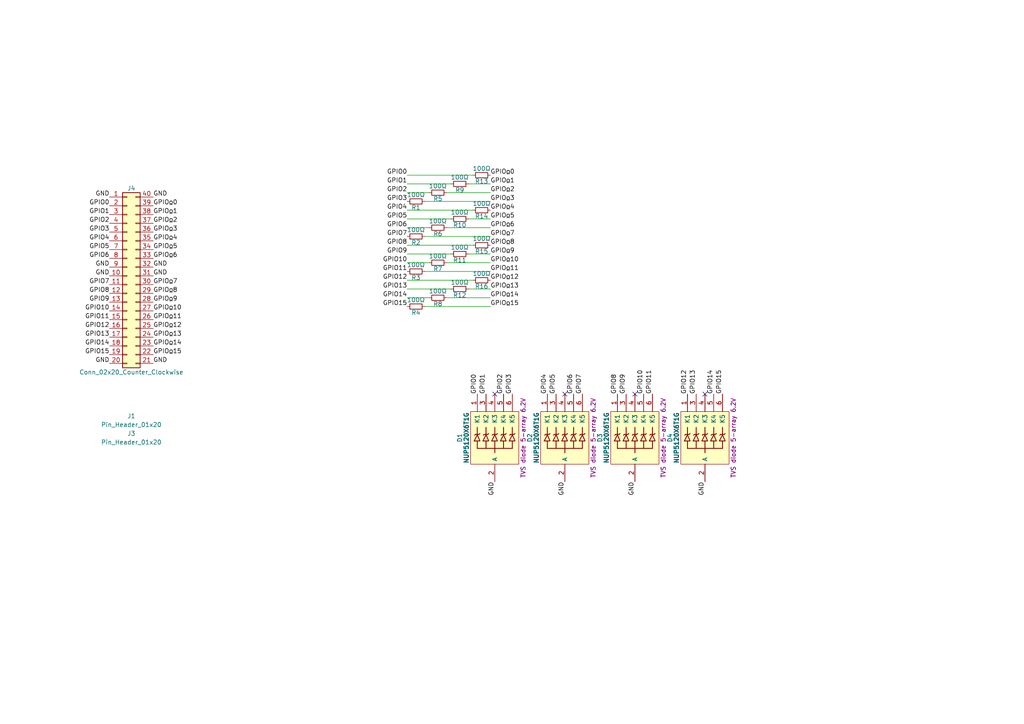
<source format=kicad_sch>
(kicad_sch (version 20231120) (generator "eeschema") (generator_version "8.0")
  (paper "A4")
  (title_block (title "Signal Protection") (date "2025-04-24") (rev "V0"))
  (lib_symbols
    (symbol "Connector_Generic:Conn_02x20_Counter_Clockwise" (pin_names (offset 1.016) hide)
      (property "Reference" "J" (at 1.27 25.4 0))
      (property "Value" "Conn_02x20_Counter_Clockwise" (at 1.27 -27.94 0))
      (symbol "Conn_02x20_Counter_Clockwise_1_1"
        (rectangle (start -1.27 -25.273) (end 0 -25.527) (stroke (width 0.1524)))
        (rectangle (start -1.27 -22.733) (end 0 -22.987) (stroke (width 0.1524)))
        (rectangle (start -1.27 -20.193) (end 0 -20.447) (stroke (width 0.1524)))
        (rectangle (start -1.27 -17.653) (end 0 -17.907) (stroke (width 0.1524)))
        (rectangle (start -1.27 -15.113) (end 0 -15.367) (stroke (width 0.1524)))
        (rectangle (start -1.27 -12.573) (end 0 -12.827) (stroke (width 0.1524)))
        (rectangle (start -1.27 -10.033) (end 0 -10.287) (stroke (width 0.1524)))
        (rectangle (start -1.27 -7.493) (end 0 -7.747) (stroke (width 0.1524)))
        (rectangle (start -1.27 -4.953) (end 0 -5.207) (stroke (width 0.1524)))
        (rectangle (start -1.27 -2.413) (end 0 -2.667) (stroke (width 0.1524)))
        (rectangle (start -1.27 0.127) (end 0 -0.127) (stroke (width 0.1524)))
        (rectangle (start -1.27 2.667) (end 0 2.413) (stroke (width 0.1524)))
        (rectangle (start -1.27 5.207) (end 0 4.953) (stroke (width 0.1524)))
        (rectangle (start -1.27 7.747) (end 0 7.493) (stroke (width 0.1524)))
        (rectangle (start -1.27 10.287) (end 0 10.033) (stroke (width 0.1524)))
        (rectangle (start -1.27 12.827) (end 0 12.573) (stroke (width 0.1524)))
        (rectangle (start -1.27 15.367) (end 0 15.113) (stroke (width 0.1524)))
        (rectangle (start -1.27 17.907) (end 0 17.653) (stroke (width 0.1524)))
        (rectangle (start -1.27 20.447) (end 0 20.193) (stroke (width 0.1524)))
        (rectangle (start -1.27 22.987) (end 0 22.733) (stroke (width 0.1524)))
        (rectangle (start -1.27 24.13) (end 3.81 -26.67) (stroke (width 0.254)) (fill (type background)))
        (rectangle (start 3.81 -25.273) (end 2.54 -25.527) (stroke (width 0.1524)))
        (rectangle (start 3.81 -22.733) (end 2.54 -22.987) (stroke (width 0.1524)))
        (rectangle (start 3.81 -20.193) (end 2.54 -20.447) (stroke (width 0.1524)))
        (rectangle (start 3.81 -17.653) (end 2.54 -17.907) (stroke (width 0.1524)))
        (rectangle (start 3.81 -15.113) (end 2.54 -15.367) (stroke (width 0.1524)))
        (rectangle (start 3.81 -12.573) (end 2.54 -12.827) (stroke (width 0.1524)))
        (rectangle (start 3.81 -10.033) (end 2.54 -10.287) (stroke (width 0.1524)))
        (rectangle (start 3.81 -7.493) (end 2.54 -7.747) (stroke (width 0.1524)))
        (rectangle (start 3.81 -4.953) (end 2.54 -5.207) (stroke (width 0.1524)))
        (rectangle (start 3.81 -2.413) (end 2.54 -2.667) (stroke (width 0.1524)))
        (rectangle (start 3.81 0.127) (end 2.54 -0.127) (stroke (width 0.1524)))
        (rectangle (start 3.81 2.667) (end 2.54 2.413) (stroke (width 0.1524)))
        (rectangle (start 3.81 5.207) (end 2.54 4.953) (stroke (width 0.1524)))
        (rectangle (start 3.81 7.747) (end 2.54 7.493) (stroke (width 0.1524)))
        (rectangle (start 3.81 10.287) (end 2.54 10.033) (stroke (width 0.1524)))
        (rectangle (start 3.81 12.827) (end 2.54 12.573) (stroke (width 0.1524)))
        (rectangle (start 3.81 15.367) (end 2.54 15.113) (stroke (width 0.1524)))
        (rectangle (start 3.81 17.907) (end 2.54 17.653) (stroke (width 0.1524)))
        (rectangle (start 3.81 20.447) (end 2.54 20.193) (stroke (width 0.1524)))
        (rectangle (start 3.81 22.987) (end 2.54 22.733) (stroke (width 0.1524)))
        (pin passive line (at -5.08 22.86 0) (length 3.81) (name "Pin_1") (number "1"))
        (pin passive line (at -5.08 0 0) (length 3.81) (name "Pin_10") (number "10"))
        (pin passive line (at -5.08 -2.54 0) (length 3.81) (name "Pin_11") (number "11"))
        (pin passive line (at -5.08 -5.08 0) (length 3.81) (name "Pin_12") (number "12"))
        (pin passive line (at -5.08 -7.62 0) (length 3.81) (name "Pin_13") (number "13"))
        (pin passive line (at -5.08 -10.16 0) (length 3.81) (name "Pin_14") (number "14"))
        (pin passive line (at -5.08 -12.7 0) (length 3.81) (name "Pin_15") (number "15"))
        (pin passive line (at -5.08 -15.24 0) (length 3.81) (name "Pin_16") (number "16"))
        (pin passive line (at -5.08 -17.78 0) (length 3.81) (name "Pin_17") (number "17"))
        (pin passive line (at -5.08 -20.32 0) (length 3.81) (name "Pin_18") (number "18"))
        (pin passive line (at -5.08 -22.86 0) (length 3.81) (name "Pin_19") (number "19"))
        (pin passive line (at -5.08 20.32 0) (length 3.81) (name "Pin_2") (number "2"))
        (pin passive line (at -5.08 -25.4 0) (length 3.81) (name "Pin_20") (number "20"))
        (pin passive line (at 7.62 -25.4 180) (length 3.81) (name "Pin_21") (number "21"))
        (pin passive line (at 7.62 -22.86 180) (length 3.81) (name "Pin_22") (number "22"))
        (pin passive line (at 7.62 -20.32 180) (length 3.81) (name "Pin_23") (number "23"))
        (pin passive line (at 7.62 -17.78 180) (length 3.81) (name "Pin_24") (number "24"))
        (pin passive line (at 7.62 -15.24 180) (length 3.81) (name "Pin_25") (number "25"))
        (pin passive line (at 7.62 -12.7 180) (length 3.81) (name "Pin_26") (number "26"))
        (pin passive line (at 7.62 -10.16 180) (length 3.81) (name "Pin_27") (number "27"))
        (pin passive line (at 7.62 -7.62 180) (length 3.81) (name "Pin_28") (number "28"))
        (pin passive line (at 7.62 -5.08 180) (length 3.81) (name "Pin_29") (number "29"))
        (pin passive line (at -5.08 17.78 0) (length 3.81) (name "Pin_3") (number "3"))
        (pin passive line (at 7.62 -2.54 180) (length 3.81) (name "Pin_30") (number "30"))
        (pin passive line (at 7.62 0 180) (length 3.81) (name "Pin_31") (number "31"))
        (pin passive line (at 7.62 2.54 180) (length 3.81) (name "Pin_32") (number "32"))
        (pin passive line (at 7.62 5.08 180) (length 3.81) (name "Pin_33") (number "33"))
        (pin passive line (at 7.62 7.62 180) (length 3.81) (name "Pin_34") (number "34"))
        (pin passive line (at 7.62 10.16 180) (length 3.81) (name "Pin_35") (number "35"))
        (pin passive line (at 7.62 12.7 180) (length 3.81) (name "Pin_36") (number "36"))
        (pin passive line (at 7.62 15.24 180) (length 3.81) (name "Pin_37") (number "37"))
        (pin passive line (at 7.62 17.78 180) (length 3.81) (name "Pin_38") (number "38"))
        (pin passive line (at 7.62 20.32 180) (length 3.81) (name "Pin_39") (number "39"))
        (pin passive line (at -5.08 15.24 0) (length 3.81) (name "Pin_4") (number "4"))
        (pin passive line (at 7.62 22.86 180) (length 3.81) (name "Pin_40") (number "40"))
        (pin passive line (at -5.08 12.7 0) (length 3.81) (name "Pin_5") (number "5"))
        (pin passive line (at -5.08 10.16 0) (length 3.81) (name "Pin_6") (number "6"))
        (pin passive line (at -5.08 7.62 0) (length 3.81) (name "Pin_7") (number "7"))
        (pin passive line (at -5.08 5.08 0) (length 3.81) (name "Pin_8") (number "8"))
        (pin passive line (at -5.08 2.54 0) (length 3.81) (name "Pin_9") (number "9"))
      )
    )
    (symbol "HCP65:Pin_Header_01x20" (pin_names (offset 1.016) hide)
      (property "Reference" "J" (at 0 1.27 0))
      (property "Value" "Pin_Header_01x20" (at 0 -1.27 0))
    )
    (symbol "HCP65:R_0805" (pin_numbers hide) (pin_names hide)
      (property "Reference" "R" (at 2.54 1.778 0))
      (property "Value" "?Ω" (at 2.54 -1.905 0))
      (symbol "R_0805_0_1"
        (rectangle (start 0.762 0.762) (end 4.318 -0.762) (stroke (width 0.2032)))
      )
      (symbol "R_0805_1_1"
        (pin passive line (at 0 0 0) (length 0.72) (name "~") (number "1"))
        (pin passive line (at 5.08 0 180) (length 0.72) (name "~") (number "2"))
      )
    )
    (symbol "ON_Semiconductor:NUP5120X6T1G" (pin_names (offset 0.762))
      (property "Reference" "D" (at 12.7 7.62 0))
      (property "Value" "NUP5120X6T1G" (at 12.7 5.715 0))
      (property "Description" "TVS diode 5-array 6.2V" (at 12.7 -10.795 0))
      (symbol "NUP5120X6T1G_0_0"
        (pin passive line (at 0 -2.54 0) (length 5.08) (name "A") (number "2"))
      )
      (symbol "NUP5120X6T1G_0_1"
        (polyline (pts (xy 8.382 -2.54) (xy 9.652 -2.54)) (stroke (width 0.254)))
        (polyline (pts (xy 9.652 -7.62) (xy 11.811 -7.62)) (stroke (width 0.254)))
        (polyline (pts (xy 9.652 -5.08) (xy 11.811 -5.08)) (stroke (width 0.254)))
        (polyline (pts (xy 9.652 -2.54) (xy 11.811 -2.54)) (stroke (width 0.254)))
        (polyline (pts (xy 9.652 0) (xy 11.811 0)) (stroke (width 0.254)))
        (polyline (pts (xy 9.652 2.54) (xy 9.652 -7.62)) (stroke (width 0.254)))
        (polyline (pts (xy 9.652 2.54) (xy 11.811 2.54)) (stroke (width 0.254)))
        (polyline (pts (xy 13.589 -7.62) (xy 15.748 -7.62)) (stroke (width 0.254)))
        (polyline (pts (xy 13.589 -5.08) (xy 15.748 -5.08)) (stroke (width 0.254)))
        (polyline (pts (xy 13.589 -2.54) (xy 15.748 -2.54)) (stroke (width 0.254)))
        (polyline (pts (xy 13.589 0) (xy 15.748 0)) (stroke (width 0.254)))
        (polyline (pts (xy 13.589 2.54) (xy 15.748 2.54)) (stroke (width 0.254)))
        (polyline (pts (xy 13.716 -8.128) (xy 13.97 -8.382)) (stroke (width 0.254)))
        (polyline (pts (xy 13.716 -7.112) (xy 13.462 -6.858)) (stroke (width 0.254)))
        (polyline (pts (xy 13.716 -7.112) (xy 13.716 -8.128)) (stroke (width 0.254)))
        (polyline (pts (xy 13.716 -5.588) (xy 13.97 -5.842)) (stroke (width 0.254)))
        (polyline (pts (xy 13.716 -4.572) (xy 13.462 -4.318)) (stroke (width 0.254)))
        (polyline (pts (xy 13.716 -4.572) (xy 13.716 -5.588)) (stroke (width 0.254)))
        (polyline (pts (xy 13.716 -3.048) (xy 13.97 -3.302)) (stroke (width 0.254)))
        (polyline (pts (xy 13.716 -2.032) (xy 13.462 -1.778)) (stroke (width 0.254)))
        (polyline (pts (xy 13.716 -2.032) (xy 13.716 -3.048)) (stroke (width 0.254)))
        (polyline (pts (xy 13.716 -0.508) (xy 13.97 -0.762)) (stroke (width 0.254)))
        (polyline (pts (xy 13.716 0.508) (xy 13.462 0.762)) (stroke (width 0.254)))
        (polyline (pts (xy 13.716 0.508) (xy 13.716 -0.508)) (stroke (width 0.254)))
        (polyline (pts (xy 13.716 2.032) (xy 13.97 1.778)) (stroke (width 0.254)))
        (polyline (pts (xy 13.716 3.048) (xy 13.462 3.302)) (stroke (width 0.254)))
        (polyline (pts (xy 13.716 3.048) (xy 13.716 2.032)) (stroke (width 0.254)))
        (polyline (pts (xy 11.811 -6.731) (xy 11.811 -8.382) (xy 13.589 -7.62) (xy 11.811 -6.731)) (stroke (width 0.254)))
        (polyline (pts (xy 11.811 -4.191) (xy 11.811 -5.842) (xy 13.589 -5.08) (xy 11.811 -4.191)) (stroke (width 0.254)))
        (polyline (pts (xy 11.811 -1.651) (xy 11.811 -3.302) (xy 13.589 -2.54) (xy 11.811 -1.651)) (stroke (width 0.254)))
        (polyline (pts (xy 11.811 0.889) (xy 11.811 -0.762) (xy 13.589 0) (xy 11.811 0.889)) (stroke (width 0.254)))
        (polyline (pts (xy 11.811 3.429) (xy 11.811 1.778) (xy 13.589 2.54) (xy 11.811 3.429)) (stroke (width 0.254)))
        (polyline (pts (xy 5.08 4.445) (xy 20.32 4.445) (xy 20.32 -9.525) (xy 5.08 -9.525) (xy 5.08 4.445)) (stroke (width 0.1524)) (fill (type background)))
      )
      (symbol "NUP5120X6T1G_1_0"
        (pin passive line (at 25.4 2.54 180) (length 5.08) (name "K1") (number "1"))
        (pin passive line (at 25.4 0 180) (length 5.08) (name "K2") (number "3"))
        (pin passive line (at 25.4 -2.54 180) (length 5.08) (name "K3") (number "4"))
        (pin passive line (at 25.4 -5.08 180) (length 5.08) (name "K4") (number "5"))
        (pin passive line (at 25.4 -7.62 180) (length 5.08) (name "K5") (number "6"))
      )
    )
  )
  (no_connect (at 204.47 114.3))
  (no_connect (at 184.15 114.3))
  (no_connect (at 163.83 114.3))
  (no_connect (at 143.51 114.3))
  (wire (pts (xy 118.11 60.96) (xy 137.16 60.96)))
  (wire (pts (xy 118.11 63.5) (xy 130.81 63.5)))
  (wire (pts (xy 118.11 53.34) (xy 130.81 53.34)))
  (wire (pts (xy 118.11 81.28) (xy 137.16 81.28)))
  (wire (pts (xy 123.19 78.74) (xy 142.24 78.74)))
  (wire (pts (xy 118.11 50.8) (xy 137.16 50.8)))
  (wire (pts (xy 118.11 86.36) (xy 124.46 86.36)))
  (wire (pts (xy 129.54 66.04) (xy 142.24 66.04)))
  (wire (pts (xy 129.54 55.88) (xy 142.24 55.88)))
  (wire (pts (xy 123.19 88.9) (xy 142.24 88.9)))
  (wire (pts (xy 118.11 73.66) (xy 130.81 73.66)))
  (wire (pts (xy 135.89 83.82) (xy 142.24 83.82)))
  (wire (pts (xy 118.11 71.12) (xy 137.16 71.12)))
  (wire (pts (xy 129.54 86.36) (xy 142.24 86.36)))
  (wire (pts (xy 118.11 66.04) (xy 124.46 66.04)))
  (wire (pts (xy 129.54 76.2) (xy 142.24 76.2)))
  (wire (pts (xy 135.89 53.34) (xy 142.24 53.34)))
  (wire (pts (xy 135.89 63.5) (xy 142.24 63.5)))
  (wire (pts (xy 118.11 55.88) (xy 124.46 55.88)))
  (wire (pts (xy 118.11 76.2) (xy 124.46 76.2)))
  (wire (pts (xy 123.19 68.58) (xy 142.24 68.58)))
  (wire (pts (xy 135.89 73.66) (xy 142.24 73.66)))
  (wire (pts (xy 118.11 83.82) (xy 130.81 83.82)))
  (wire (pts (xy 123.19 58.42) (xy 142.24 58.42)))
  (label "GPIO_{Ω}10" (at 142.24 76.2 0))
  (label "GPIO4" (at 118.11 60.96 180))
  (label "GND" (at 184.15 139.7 270))
  (label "GPIO2" (at 31.75 64.77 180))
  (label "GPIO10" (at 31.75 90.17 180))
  (label "GPIO10" (at 186.69 114.3 90))
  (label "GPIO_{Ω}1" (at 44.45 62.23 0))
  (label "GPIO5" (at 118.11 63.5 180))
  (label "GPIO_{Ω}5" (at 142.24 63.5 0))
  (label "GPIO14" (at 207.01 114.3 90))
  (label "GPIO3" (at 118.11 58.42 180))
  (label "GND" (at 143.51 139.7 270))
  (label "GPIO13" (at 31.75 97.79 180))
  (label "GPIO_{Ω}9" (at 44.45 87.63 0))
  (label "GND" (at 163.83 139.7 270))
  (label "GPIO12" (at 118.11 81.28 180))
  (label "GPIO_{Ω}5" (at 44.45 72.39 0))
  (label "GPIO8" (at 179.07 114.3 90))
  (label "GPIO_{Ω}14" (at 142.24 86.36 0))
  (label "GND" (at 44.45 105.41 0))
  (label "GPIO15" (at 209.55 114.3 90))
  (label "GPIO_{Ω}8" (at 44.45 85.09 0))
  (label "GPIO_{Ω}3" (at 142.24 58.42 0))
  (label "GPIO1" (at 31.75 62.23 180))
  (label "GPIO_{Ω}0" (at 142.24 50.8 0))
  (label "GPIO2" (at 146.05 114.3 90))
  (label "GPIO_{Ω}11" (at 142.24 78.74 0))
  (label "GPIO_{Ω}10" (at 44.45 90.17 0))
  (label "GND" (at 44.45 80.01 0))
  (label "GPIO_{Ω}6" (at 44.45 74.93 0))
  (label "GPIO0" (at 118.11 50.8 180))
  (label "GPIO0" (at 138.43 114.3 90))
  (label "GPIO9" (at 31.75 87.63 180))
  (label "GND" (at 31.75 105.41 180))
  (label "GPIO13" (at 118.11 83.82 180))
  (label "GPIO_{Ω}3" (at 44.45 67.31 0))
  (label "GPIO7" (at 31.75 82.55 180))
  (label "GPIO_{Ω}14" (at 44.45 100.33 0))
  (label "GPIO6" (at 31.75 74.93 180))
  (label "GPIO_{Ω}8" (at 142.24 71.12 0))
  (label "GND" (at 31.75 77.47 180))
  (label "GPIO_{Ω}12" (at 142.24 81.28 0))
  (label "GPIO1" (at 118.11 53.34 180))
  (label "GPIO_{Ω}9" (at 142.24 73.66 0))
  (label "GPIO_{Ω}13" (at 142.24 83.82 0))
  (label "GPIO11" (at 118.11 78.74 180))
  (label "GPIO12" (at 31.75 95.25 180))
  (label "GPIO3" (at 148.59 114.3 90))
  (label "GPIO_{Ω}11" (at 44.45 92.71 0))
  (label "GPIO11" (at 31.75 92.71 180))
  (label "GPIO11" (at 189.23 114.3 90))
  (label "GPIO1" (at 140.97 114.3 90))
  (label "GPIO7" (at 118.11 68.58 180))
  (label "GPIO2" (at 118.11 55.88 180))
  (label "GPIO_{Ω}15" (at 142.24 88.9 0))
  (label "GND" (at 31.75 57.15 180))
  (label "GPIO8" (at 31.75 85.09 180))
  (label "GPIO9" (at 181.61 114.3 90))
  (label "GPIO9" (at 118.11 73.66 180))
  (label "GND" (at 31.75 80.01 180))
  (label "GPIO10" (at 118.11 76.2 180))
  (label "GPIO15" (at 31.75 102.87 180))
  (label "GND" (at 44.45 57.15 0))
  (label "GPIO7" (at 168.91 114.3 90))
  (label "GPIO6" (at 166.37 114.3 90))
  (label "GPIO_{Ω}15" (at 44.45 102.87 0))
  (label "GPIO6" (at 118.11 66.04 180))
  (label "GPIO_{Ω}13" (at 44.45 97.79 0))
  (label "GPIO_{Ω}2" (at 44.45 64.77 0))
  (label "GPIO_{Ω}4" (at 44.45 69.85 0))
  (label "GPIO0" (at 31.75 59.69 180))
  (label "GPIO14" (at 31.75 100.33 180))
  (label "GPIO8" (at 118.11 71.12 180))
  (label "GPIO_{Ω}12" (at 44.45 95.25 0))
  (label "GPIO4" (at 158.75 114.3 90))
  (label "GPIO_{Ω}0" (at 44.45 59.69 0))
  (label "GND" (at 44.45 77.47 0))
  (label "GPIO_{Ω}7" (at 44.45 82.55 0))
  (label "GPIO_{Ω}1" (at 142.24 53.34 0))
  (label "GPIO14" (at 118.11 86.36 180))
  (label "GND" (at 204.47 139.7 270))
  (label "GPIO15" (at 118.11 88.9 180))
  (label "GPIO12" (at 199.39 114.3 90))
  (label "GPIO3" (at 31.75 67.31 180))
  (label "GPIO13" (at 201.93 114.3 90))
  (label "GPIO_{Ω}7" (at 142.24 68.58 0))
  (label "GPIO5" (at 161.29 114.3 90))
  (label "GPIO_{Ω}2" (at 142.24 55.88 0))
  (label "GPIO4" (at 31.75 69.85 180))
  (label "GPIO5" (at 31.75 72.39 180))
  (label "GPIO_{Ω}4" (at 142.24 60.96 0))
  (label "GPIO_{Ω}6" (at 142.24 66.04 0))
  (symbol (lib_id "HCP65:R_0805") (at 135.89 73.66 180) (unit 1)
    (property "Reference" "R11" (at 133.35 75.438 0))
    (property "Value" "100Ω" (at 133.35 71.755 0))
    (property "Footprint" "SamacSys_Parts:R_0805" (effects (hide yes)))
  )
  (symbol (lib_id "HCP65:R_0805") (at 142.24 81.28 180) (unit 1)
    (property "Reference" "R16" (at 139.7 83.058 0))
    (property "Value" "100Ω" (at 139.7 79.375 0))
    (property "Footprint" "SamacSys_Parts:R_0805" (effects (hide yes)))
  )
  (symbol (lib_id "HCP65:R_0805") (at 135.89 53.34 180) (unit 1)
    (property "Reference" "R9" (at 133.35 55.118 0))
    (property "Value" "100Ω" (at 133.35 51.435 0))
    (property "Footprint" "SamacSys_Parts:R_0805" (effects (hide yes)))
  )
  (symbol (lib_id "HCP65:R_0805") (at 135.89 63.5 180) (unit 1)
    (property "Reference" "R10" (at 133.35 65.278 0))
    (property "Value" "100Ω" (at 133.35 61.595 0))
    (property "Footprint" "SamacSys_Parts:R_0805" (effects (hide yes)))
  )
  (symbol (lib_id "HCP65:R_0805") (at 123.19 68.58 180) (unit 1)
    (property "Reference" "R2" (at 120.65 70.358 0))
    (property "Value" "100Ω" (at 120.65 66.675 0))
    (property "Footprint" "SamacSys_Parts:R_0805" (effects (hide yes)))
  )
  (symbol (lib_id "ON_Semiconductor:NUP5120X6T1G") (at 161.29 139.7 90) (unit 1)
    (property "Reference" "D2" (at 153.67 127 0))
    (property "Value" "NUP5120X6T1G" (at 155.575 127 0) (effects (font (thickness 0.254) (bold yes))))
    (property "Footprint" "SamacSys_Parts:SOTFL50P160X60-6N" (effects (hide yes)))
    (property "Datasheet" "https://www.onsemi.com/pub/Collateral/NUP5120-D.PDF" (effects (hide yes)))
    (property "Description" "TVS diode 5-array 6.2V" (at 172.085 127 0))
    (property "Height" "0.6" (effects (hide yes)))
    (property "Manufacturer_Name" "onsemi" (effects (hide yes)))
    (property "Manufacturer_Part_Number" "NUP5120X6T1G" (effects (hide yes)))
    (property "Silkscreen" "NUP5120" (effects (hide yes)))
  )
  (symbol (lib_id "HCP65:R_0805") (at 142.24 50.8 180) (unit 1)
    (property "Reference" "R13" (at 139.7 52.578 0))
    (property "Value" "100Ω" (at 139.7 48.895 0))
    (property "Footprint" "SamacSys_Parts:R_0805" (effects (hide yes)))
  )
  (symbol (lib_id "HCP65:R_0805") (at 123.19 58.42 180) (unit 1)
    (property "Reference" "R1" (at 120.65 60.198 0))
    (property "Value" "100Ω" (at 120.65 56.515 0))
    (property "Footprint" "SamacSys_Parts:R_0805" (effects (hide yes)))
  )
  (symbol (lib_id "HCP65:R_0805") (at 129.54 76.2 180) (unit 1)
    (property "Reference" "R7" (at 127 77.978 0))
    (property "Value" "100Ω" (at 127 74.295 0))
    (property "Footprint" "SamacSys_Parts:R_0805" (effects (hide yes)))
  )
  (symbol (lib_id "HCP65:R_0805") (at 142.24 60.96 180) (unit 1)
    (property "Reference" "R14" (at 139.7 62.738 0))
    (property "Value" "100Ω" (at 139.7 59.055 0))
    (property "Footprint" "SamacSys_Parts:R_0805" (effects (hide yes)))
  )
  (symbol (lib_id "HCP65:R_0805") (at 142.24 71.12 180) (unit 1)
    (property "Reference" "R15" (at 139.7 72.898 0))
    (property "Value" "100Ω" (at 139.7 69.215 0))
    (property "Footprint" "SamacSys_Parts:R_0805" (effects (hide yes)))
  )
  (symbol (lib_id "ON_Semiconductor:NUP5120X6T1G") (at 201.93 139.7 90) (unit 1)
    (property "Reference" "D4" (at 194.31 127 0))
    (property "Value" "NUP5120X6T1G" (at 196.215 127 0) (effects (font (thickness 0.254) (bold yes))))
    (property "Footprint" "SamacSys_Parts:SOTFL50P160X60-6N" (effects (hide yes)))
    (property "Datasheet" "https://www.onsemi.com/pub/Collateral/NUP5120-D.PDF" (effects (hide yes)))
    (property "Description" "TVS diode 5-array 6.2V" (at 212.725 127 0))
    (property "Height" "0.6" (effects (hide yes)))
    (property "Manufacturer_Name" "onsemi" (effects (hide yes)))
    (property "Manufacturer_Part_Number" "NUP5120X6T1G" (effects (hide yes)))
    (property "Silkscreen" "NUP5120" (effects (hide yes)))
  )
  (symbol (lib_id "HCP65:R_0805") (at 129.54 66.04 180) (unit 1)
    (property "Reference" "R6" (at 127 67.818 0))
    (property "Value" "100Ω" (at 127 64.135 0))
    (property "Footprint" "SamacSys_Parts:R_0805" (effects (hide yes)))
  )
  (symbol (lib_id "HCP65:Pin_Header_01x20") (at 38.1 121.92 0) (unit 1)
    (property "Reference" "J1" (at 38.1 120.65 0))
    (property "Value" "Pin_Header_01x20" (at 38.1 123.19 0))
    (property "Footprint" "SamacSys_Parts:PinHeader_1x20_P2.54mm_Vertical" (effects (hide yes)))
  )
  (symbol (lib_id "HCP65:R_0805") (at 135.89 83.82 180) (unit 1)
    (property "Reference" "R12" (at 133.35 85.598 0))
    (property "Value" "100Ω" (at 133.35 81.915 0))
    (property "Footprint" "SamacSys_Parts:R_0805" (effects (hide yes)))
  )
  (symbol (lib_id "HCP65:R_0805") (at 123.19 78.74 180) (unit 1)
    (property "Reference" "R3" (at 120.65 80.518 0))
    (property "Value" "100Ω" (at 120.65 76.835 0))
    (property "Footprint" "SamacSys_Parts:R_0805" (effects (hide yes)))
  )
  (symbol (lib_id "HCP65:R_0805") (at 129.54 86.36 180) (unit 1)
    (property "Reference" "R8" (at 127 88.138 0))
    (property "Value" "100Ω" (at 127 84.455 0))
    (property "Footprint" "SamacSys_Parts:R_0805" (effects (hide yes)))
  )
  (symbol (lib_id "HCP65:Pin_Header_01x20") (at 38.1 127 0) (unit 1)
    (property "Reference" "J3" (at 38.1 125.73 0))
    (property "Value" "Pin_Header_01x20" (at 38.1 128.27 0))
    (property "Footprint" "SamacSys_Parts:PinHeader_1x20_P2.54mm_Vertical" (effects (hide yes)))
  )
  (symbol (lib_id "Connector_Generic:Conn_02x20_Counter_Clockwise") (at 36.83 80.01 0) (unit 1)
    (property "Reference" "J4" (at 38.1 54.61 0))
    (property "Value" "Conn_02x20_Counter_Clockwise" (at 38.1 107.95 0))
    (property "Footprint" "SamacSys_Parts:DIP-40_Board_W15.24mm" (effects (hide yes)))
    (property "Description" "Generic connector, double row, 02x20, counter clockwise pin numbering scheme (similar to DIP package numbering), script generated (kicad-library-utils/schlib/autogen/connector/)" (effects (hide yes)))
  )
  (symbol (lib_id "ON_Semiconductor:NUP5120X6T1G") (at 181.61 139.7 90) (unit 1)
    (property "Reference" "D3" (at 173.99 127 0))
    (property "Value" "NUP5120X6T1G" (at 175.895 127 0) (effects (font (thickness 0.254) (bold yes))))
    (property "Footprint" "SamacSys_Parts:SOTFL50P160X60-6N" (effects (hide yes)))
    (property "Datasheet" "https://www.onsemi.com/pub/Collateral/NUP5120-D.PDF" (effects (hide yes)))
    (property "Description" "TVS diode 5-array 6.2V" (at 192.405 127 0))
    (property "Height" "0.6" (effects (hide yes)))
    (property "Manufacturer_Name" "onsemi" (effects (hide yes)))
    (property "Manufacturer_Part_Number" "NUP5120X6T1G" (effects (hide yes)))
    (property "Silkscreen" "NUP5120" (effects (hide yes)))
  )
  (symbol (lib_id "HCP65:R_0805") (at 129.54 55.88 180) (unit 1)
    (property "Reference" "R5" (at 127 57.658 0))
    (property "Value" "100Ω" (at 127 53.975 0))
    (property "Footprint" "SamacSys_Parts:R_0805" (effects (hide yes)))
  )
  (symbol (lib_id "HCP65:R_0805") (at 123.19 88.9 180) (unit 1)
    (property "Reference" "R4" (at 120.65 90.678 0))
    (property "Value" "100Ω" (at 120.65 86.995 0))
    (property "Footprint" "SamacSys_Parts:R_0805" (effects (hide yes)))
  )
  (symbol (lib_id "ON_Semiconductor:NUP5120X6T1G") (at 140.97 139.7 90) (unit 1)
    (property "Reference" "D1" (at 133.35 127 0))
    (property "Value" "NUP5120X6T1G" (at 135.255 127 0) (effects (font (thickness 0.254) (bold yes))))
    (property "Footprint" "SamacSys_Parts:SOTFL50P160X60-6N" (effects (hide yes)))
    (property "Datasheet" "https://www.onsemi.com/pub/Collateral/NUP5120-D.PDF" (effects (hide yes)))
    (property "Description" "TVS diode 5-array 6.2V" (at 151.765 127 0))
    (property "Height" "0.6" (effects (hide yes)))
    (property "Manufacturer_Name" "onsemi" (effects (hide yes)))
    (property "Manufacturer_Part_Number" "NUP5120X6T1G" (effects (hide yes)))
    (property "Silkscreen" "NUP5120" (effects (hide yes)))
  )
)
</source>
